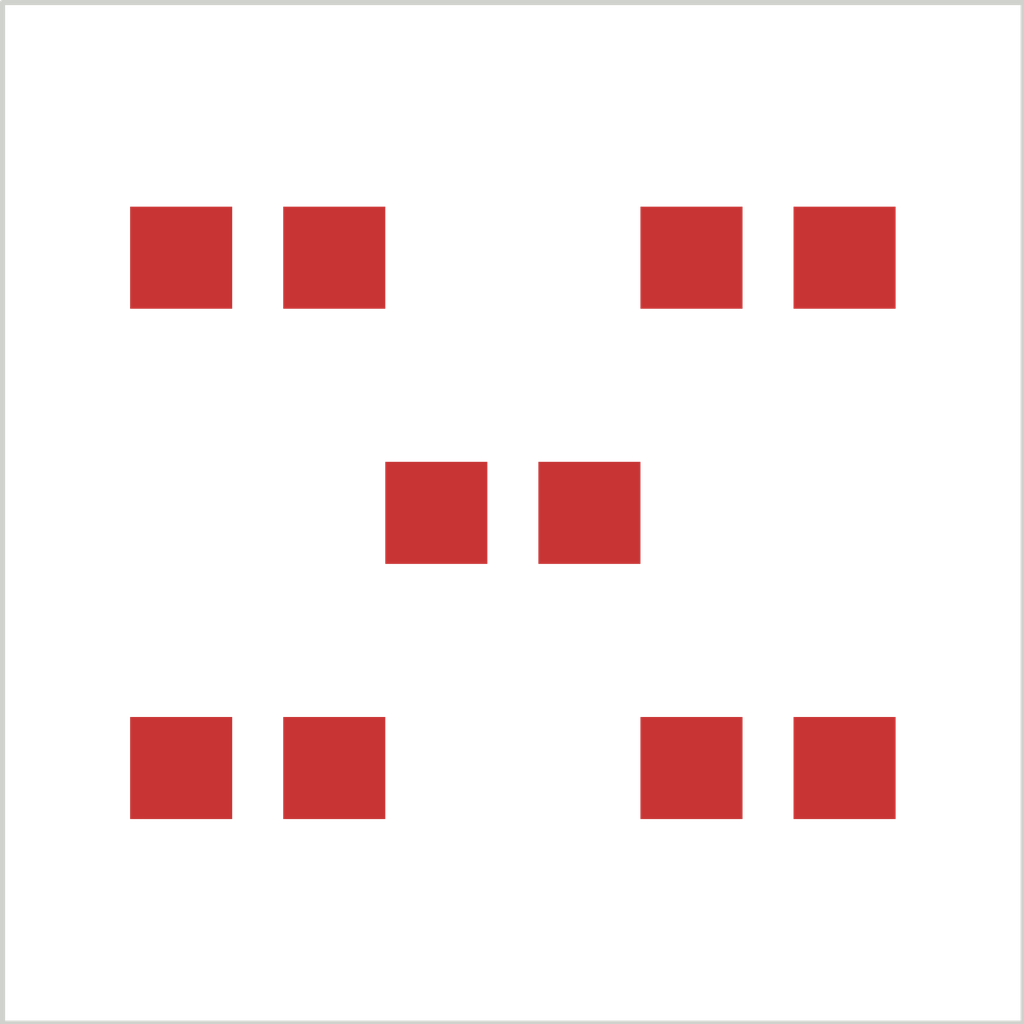
<source format=kicad_pcb>
(kicad_pcb (version 20171130) (host pcbnew 5.0.2)
  (general
    (links 0)
    (no_connects 0)
    (area 0 0 0 0)
    (thickness 1.6)
    (drawings 10)
    (tracks 0)
    (zones 0)
    (modules 0)
    (nets 6))
  (page A4)  (layers
    (0 F.Cu signal)
    (31 B.Cu signal)
    (32 B.Adhes user)
    (33 F.Adhes user)
    (34 B.Paste user)
    (35 F.Paste user)
    (36 B.SilkS user)
    (37 F.SilkS user)
    (38 B.Mask user)
    (39 F.Mask user)
    (40 Dwgs.User user)
    (41 Cmts.User user)
    (42 Eco1.User user)
    (43 Eco2.User user)
    (44 Edge.Cuts user)
    (45 Margin user)
    (46 B.CrtYd user)
    (47 F.CrtYd user)
    (48 B.Fab user)
    (49 F.Fab user))
  (setup
    (last_trace_width 0)
    (trace_clearance 0.2)
    (zone_clearance 0)
    (zone_45_only no)
    (trace_min 0.13)
    (segment_width 0.2)
    (edge_width 0.15)
    (via_size 0.558)
    (via_drill 0.254)
    (via_min_size 0.558)
    (via_min_drill 0.254)
    (uvia_size 0.01)
    (uvia_drill 0)
    (uvias_allowed no)
    (uvia_min_size 0)
    (uvia_min_drill 0)
    (pcb_text_width 0.3)
    (pcb_text_size 1.5 1.5)
    (mod_edge_width 0.15)
    (mod_text_size 1 1)
    (mod_text_width 0.15)
    (pad_size 1.524 1.524)
    (pad_drill 0.762)
    (pad_to_mask_clearance 0.051)
    (aux_axis_origin 0 0)
    (visible_elements FFFFFF7F)
    (pcbplotparams
      (layerselection 0x00030_80000001)
      (usegerberextensions false)
      (excludeedgelayer true)
      (linewidth 0.050000)
      (plotframeref false)
      (viasonmask false)
      (mode 1)
      (useauxorigin false)
      (hpglpennumber 1)
      (hpglpenspeed 20)
      (hpglpendiameter 15)
      (hpglpenoverlay 2)
      (psnegative false)
      (psa4output false)
      (plotreference true)
      (plotvalue true)
      (plotinvisibletext false)
      (padsonsilk false)
      (subtractmaskfromsilk false)
      (outputformat 1)
      (mirror false)
      (drillshape 1)
      (scaleselection 1)
      (outputdirectory ""))
  )
  (net 1 "gnd")
  (net 2 "b")
  (net 3 "vdd")
  (net 4 "c")
  (net 5 "a")
  (module jitx-design:basic_landpattern (layer F.Cu) (tedit 00000000)
    (at 146.0 107.5 0.0)
    (pad 1 smd rect
      (at -0.75 0.0 0.0)
      (size 1.0 1.0)
      (net 1 "gnd")
      (layers F.Cu))
    (pad 2 smd rect
      (at 0.75 0.0 0.0)
      (size 1.0 1.0)
      (net 3 "vdd")
      (layers F.Cu))
    (fp_poly (pts (xy -1.3 0.55) (xy -0.2 0.55) (xy -0.2 -0.55) (xy -1.3 -0.55)) (layer F.Mask) (width 0))
    (fp_poly (pts (xy 0.2 0.55) (xy 1.3 0.55) (xy 1.3 -0.55) (xy 0.2 -0.55)) (layer F.Mask) (width 0))
    (fp_line (start -1.5 1.5) (end 1.5 1.5) (layer F.CrtYd) (width 0.05))
    (fp_line (start 1.5 1.5) (end 1.5 -1.5) (layer F.CrtYd) (width 0.05))
    (fp_line (start 1.5 -1.5) (end -1.5 -1.5) (layer F.CrtYd) (width 0.05))
    (fp_line (start -1.5 -1.5) (end -1.5 1.5) (layer F.CrtYd) (width 0.05)))
  (module jitx-design:basic_landpattern (layer F.Cu) (tedit 00000000)
    (at 146.0 102.5 0.0)
    (pad 1 smd rect
      (at -0.75 0.0 0.0)
      (size 1.0 1.0)
      (net 5 "a")
      (layers F.Cu))
    (pad 2 smd rect
      (at 0.75 0.0 0.0)
      (size 1.0 1.0)
      (net 4 "c")
      (layers F.Cu))
    (fp_poly (pts (xy -1.3 0.55) (xy -0.2 0.55) (xy -0.2 -0.55) (xy -1.3 -0.55)) (layer F.Mask) (width 0))
    (fp_poly (pts (xy 0.2 0.55) (xy 1.3 0.55) (xy 1.3 -0.55) (xy 0.2 -0.55)) (layer F.Mask) (width 0))
    (fp_line (start -1.5 1.5) (end 1.5 1.5) (layer F.CrtYd) (width 0.05))
    (fp_line (start 1.5 1.5) (end 1.5 -1.5) (layer F.CrtYd) (width 0.05))
    (fp_line (start 1.5 -1.5) (end -1.5 -1.5) (layer F.CrtYd) (width 0.05))
    (fp_line (start -1.5 -1.5) (end -1.5 1.5) (layer F.CrtYd) (width 0.05)))
  (module jitx-design:basic_landpattern (layer F.Cu) (tedit 00000000)
    (at 151.0 102.5 0.0)
    (pad 1 smd rect
      (at -0.75 0.0 0.0)
      (size 1.0 1.0)
      (net 1 "gnd")
      (layers F.Cu))
    (pad 2 smd rect
      (at 0.75 0.0 0.0)
      (size 1.0 1.0)
      (net 3 "vdd")
      (layers F.Cu))
    (fp_poly (pts (xy -1.3 0.55) (xy -0.2 0.55) (xy -0.2 -0.55) (xy -1.3 -0.55)) (layer F.Mask) (width 0))
    (fp_poly (pts (xy 0.2 0.55) (xy 1.3 0.55) (xy 1.3 -0.55) (xy 0.2 -0.55)) (layer F.Mask) (width 0))
    (fp_line (start -1.5 1.5) (end 1.5 1.5) (layer F.CrtYd) (width 0.05))
    (fp_line (start 1.5 1.5) (end 1.5 -1.5) (layer F.CrtYd) (width 0.05))
    (fp_line (start 1.5 -1.5) (end -1.5 -1.5) (layer F.CrtYd) (width 0.05))
    (fp_line (start -1.5 -1.5) (end -1.5 1.5) (layer F.CrtYd) (width 0.05)))
  (module jitx-design:basic_landpattern (layer F.Cu) (tedit 00000000)
    (at 148.5 105.0 0.0)
    (pad 1 smd rect
      (at -0.75 0.0 0.0)
      (size 1.0 1.0)
      (net 5 "a")
      (layers F.Cu))
    (pad 2 smd rect
      (at 0.75 0.0 0.0)
      (size 1.0 1.0)
      (net 2 "b")
      (layers F.Cu))
    (fp_poly (pts (xy -1.3 0.55) (xy -0.2 0.55) (xy -0.2 -0.55) (xy -1.3 -0.55)) (layer F.Mask) (width 0))
    (fp_poly (pts (xy 0.2 0.55) (xy 1.3 0.55) (xy 1.3 -0.55) (xy 0.2 -0.55)) (layer F.Mask) (width 0))
    (fp_line (start -1.5 1.5) (end 1.5 1.5) (layer F.CrtYd) (width 0.05))
    (fp_line (start 1.5 1.5) (end 1.5 -1.5) (layer F.CrtYd) (width 0.05))
    (fp_line (start 1.5 -1.5) (end -1.5 -1.5) (layer F.CrtYd) (width 0.05))
    (fp_line (start -1.5 -1.5) (end -1.5 1.5) (layer F.CrtYd) (width 0.05)))
  (module jitx-design:basic_landpattern (layer F.Cu) (tedit 00000000)
    (at 151.0 107.5 0.0)
    (pad 1 smd rect
      (at -0.75 0.0 0.0)
      (size 1.0 1.0)
      (net 2 "b")
      (layers F.Cu))
    (pad 2 smd rect
      (at 0.75 0.0 0.0)
      (size 1.0 1.0)
      (net 4 "c")
      (layers F.Cu))
    (fp_poly (pts (xy -1.3 0.55) (xy -0.2 0.55) (xy -0.2 -0.55) (xy -1.3 -0.55)) (layer F.Mask) (width 0))
    (fp_poly (pts (xy 0.2 0.55) (xy 1.3 0.55) (xy 1.3 -0.55) (xy 0.2 -0.55)) (layer F.Mask) (width 0))
    (fp_line (start -1.5 1.5) (end 1.5 1.5) (layer F.CrtYd) (width 0.05))
    (fp_line (start 1.5 1.5) (end 1.5 -1.5) (layer F.CrtYd) (width 0.05))
    (fp_line (start 1.5 -1.5) (end -1.5 -1.5) (layer F.CrtYd) (width 0.05))
    (fp_line (start -1.5 -1.5) (end -1.5 1.5) (layer F.CrtYd) (width 0.05)))
  (gr_line (start 143.5 110.0) (end 153.5 110.0) (layer Edge.Cuts) (width 0.05))
  (gr_line (start 153.5 110.0) (end 153.5 100.0) (layer Edge.Cuts) (width 0.05))
  (gr_line (start 153.5 100.0) (end 143.5 100.0) (layer Edge.Cuts) (width 0.05))
  (gr_line (start 143.5 100.0) (end 143.5 110.0) (layer Edge.Cuts) (width 0.05))
  
  (net_class Default "This is the Default net class."
      (clearance 0.2)
      (trace_width 0.13)
      (via_dia 0.558)
      (via_drill 0.254)
      (uvia_dia 0.01)
      (uvia_drill 0)
      
      )
  (net_class GND "This is the GND net class."
      (clearance 0.1)
      (trace_width 0.5)
      (via_dia 0.6)
      (via_drill 0.3)
      (uvia_dia 0.01)
      (uvia_drill 0)
      
    (add_net a)
    (add_net gnd)
      )
  (net_class VDD "This is the VDD net class."
      (clearance 0.2)
      (trace_width 0.2)
      (via_dia 0.9)
      (via_drill 0.5)
      (uvia_dia 0.01)
      (uvia_drill 0)
      
    (add_net c)
    (add_net vdd)
    (add_net b)
      )
  )
</source>
